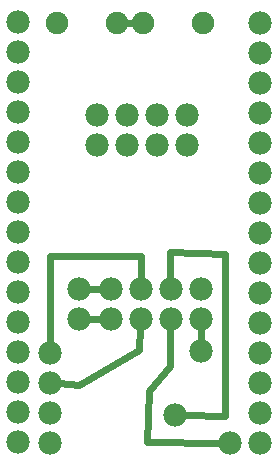
<source format=gbl>
G04 MADE WITH FRITZING*
G04 WWW.FRITZING.ORG*
G04 DOUBLE SIDED*
G04 HOLES PLATED*
G04 CONTOUR ON CENTER OF CONTOUR VECTOR*
%ASAXBY*%
%FSLAX23Y23*%
%MOIN*%
%OFA0B0*%
%SFA1.0B1.0*%
%ADD10C,0.075000*%
%ADD11C,0.078000*%
%ADD12C,0.024000*%
%LNCOPPER0*%
G90*
G70*
G54D10*
X417Y1480D03*
X217Y1480D03*
X703Y1480D03*
X503Y1480D03*
G54D11*
X395Y494D03*
X495Y494D03*
X595Y494D03*
X695Y494D03*
X395Y494D03*
X495Y494D03*
X595Y494D03*
X695Y494D03*
X695Y594D03*
X595Y594D03*
X495Y594D03*
X395Y594D03*
X892Y80D03*
X892Y180D03*
X892Y280D03*
X892Y380D03*
X892Y480D03*
X892Y580D03*
X892Y680D03*
X892Y780D03*
X892Y880D03*
X892Y980D03*
X892Y1080D03*
X892Y1180D03*
X892Y1280D03*
X892Y1380D03*
X892Y1480D03*
X648Y1175D03*
X548Y1175D03*
X448Y1175D03*
X348Y1175D03*
X648Y1175D03*
X548Y1175D03*
X448Y1175D03*
X348Y1175D03*
X348Y1075D03*
X448Y1075D03*
X548Y1075D03*
X648Y1075D03*
X609Y175D03*
X695Y386D03*
X792Y80D03*
X192Y80D03*
X192Y180D03*
X192Y280D03*
X192Y380D03*
X290Y494D03*
X290Y594D03*
X87Y83D03*
X87Y183D03*
X87Y283D03*
X87Y383D03*
X87Y483D03*
X87Y583D03*
X87Y683D03*
X87Y783D03*
X87Y883D03*
X87Y983D03*
X87Y1083D03*
X87Y1183D03*
X87Y1283D03*
X87Y1383D03*
X87Y1483D03*
G54D12*
X475Y1480D02*
X446Y1480D01*
D02*
X320Y594D02*
X365Y594D01*
D02*
X320Y494D02*
X365Y494D01*
D02*
X192Y703D02*
X495Y703D01*
D02*
X495Y703D02*
X495Y624D01*
D02*
X192Y410D02*
X192Y703D01*
D02*
X289Y275D02*
X489Y391D01*
D02*
X489Y391D02*
X493Y464D01*
D02*
X222Y279D02*
X289Y275D01*
D02*
X592Y336D02*
X594Y464D01*
D02*
X523Y255D02*
X592Y336D01*
D02*
X517Y83D02*
X523Y255D01*
D02*
X762Y81D02*
X517Y83D01*
D02*
X695Y464D02*
X695Y416D01*
D02*
X775Y172D02*
X775Y711D01*
D02*
X775Y711D02*
X592Y716D01*
D02*
X592Y716D02*
X594Y624D01*
D02*
X639Y174D02*
X775Y172D01*
G04 End of Copper0*
M02*
</source>
